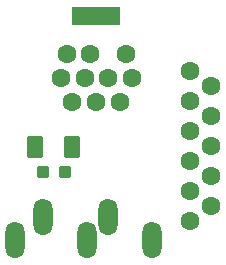
<source format=gbr>
G04 #@! TF.GenerationSoftware,KiCad,Pcbnew,(6.0.6-0)*
G04 #@! TF.CreationDate,2023-01-05T22:31:35-05:00*
G04 #@! TF.ProjectId,10DIN2VGA,31304449-4e32-4564-9741-2e6b69636164,1.0*
G04 #@! TF.SameCoordinates,Original*
G04 #@! TF.FileFunction,Soldermask,Top*
G04 #@! TF.FilePolarity,Negative*
%FSLAX46Y46*%
G04 Gerber Fmt 4.6, Leading zero omitted, Abs format (unit mm)*
G04 Created by KiCad (PCBNEW (6.0.6-0)) date 2023-01-05 22:31:35*
%MOMM*%
%LPD*%
G01*
G04 APERTURE LIST*
G04 Aperture macros list*
%AMRoundRect*
0 Rectangle with rounded corners*
0 $1 Rounding radius*
0 $2 $3 $4 $5 $6 $7 $8 $9 X,Y pos of 4 corners*
0 Add a 4 corners polygon primitive as box body*
4,1,4,$2,$3,$4,$5,$6,$7,$8,$9,$2,$3,0*
0 Add four circle primitives for the rounded corners*
1,1,$1+$1,$2,$3*
1,1,$1+$1,$4,$5*
1,1,$1+$1,$6,$7*
1,1,$1+$1,$8,$9*
0 Add four rect primitives between the rounded corners*
20,1,$1+$1,$2,$3,$4,$5,0*
20,1,$1+$1,$4,$5,$6,$7,0*
20,1,$1+$1,$6,$7,$8,$9,0*
20,1,$1+$1,$8,$9,$2,$3,0*%
G04 Aperture macros list end*
%ADD10RoundRect,0.288300X0.250000X0.237500X-0.250000X0.237500X-0.250000X-0.237500X0.250000X-0.237500X0*%
%ADD11C,1.601600*%
%ADD12RoundRect,0.050800X-2.000000X-0.750000X2.000000X-0.750000X2.000000X0.750000X-2.000000X0.750000X0*%
%ADD13RoundRect,0.300800X0.412500X0.650000X-0.412500X0.650000X-0.412500X-0.650000X0.412500X-0.650000X0*%
%ADD14O,1.609600X3.117600*%
G04 APERTURE END LIST*
D10*
X127642500Y-103090000D03*
X125817500Y-103090000D03*
D11*
X140021496Y-105950007D03*
X138246496Y-104700007D03*
X138246496Y-107250007D03*
X140021496Y-95800007D03*
X138246496Y-102150007D03*
X138246496Y-99625007D03*
X138246496Y-97075007D03*
X140021496Y-103425007D03*
X140021496Y-98325007D03*
X140046496Y-100875007D03*
X138246496Y-94525007D03*
X132315000Y-97110000D03*
X130315000Y-97110000D03*
X128315000Y-97110000D03*
X133340000Y-95110000D03*
X131315000Y-95110000D03*
X129340000Y-95110000D03*
X127340000Y-95110000D03*
X132840000Y-93110000D03*
X129815000Y-93110000D03*
X127840000Y-93110000D03*
D12*
X130340000Y-89810000D03*
D13*
X128252500Y-100910000D03*
X125127500Y-100910000D03*
D14*
X123440000Y-108840000D03*
X125840000Y-106840000D03*
X131340000Y-106840000D03*
X135040000Y-108840000D03*
X129540000Y-108840000D03*
M02*

</source>
